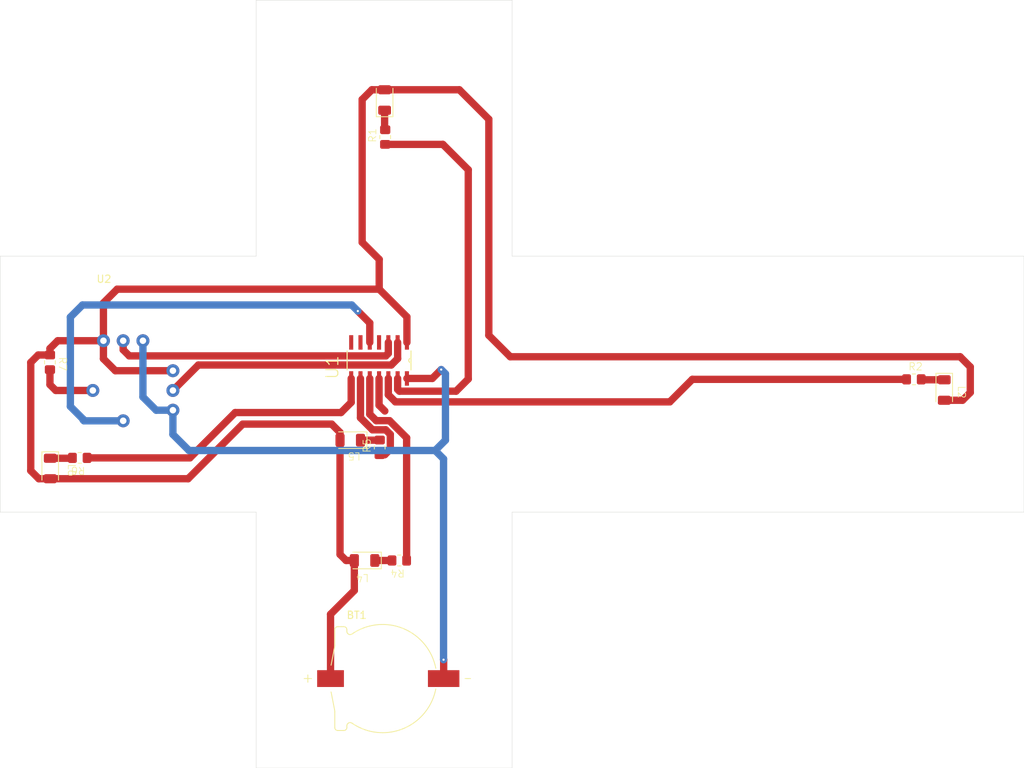
<source format=kicad_pcb>
(kicad_pcb (version 20240108) (generator "pcbnew") (generator_version "8.0")
  (layers (0 "F.Cu" signal) (31 "B.Cu" signal) (34 "B.Paste" user) (35 "F.Paste" user) (36 "B.SilkS" user "B.Silkscreen") (37 "F.SilkS" user "F.Silkscreen") (38 "B.Mask" user) (39 "F.Mask" user) (44 "Edge.Cuts" user))
  (net 0 "")
  (net 1 "/VCC")
  (net 2 "Net-(L1-K)")
  (net 3 "Net-(L2-K)")
  (net 4 "Net-(L4-K)")
  (net 5 "Net-(L5-K)")
  (net 6 "Net-(L6-K)")
  (net 7 "/L1")
  (net 8 "/L2")
  (net 9 "/L3")
  (net 10 "/L4")
  (net 11 "/L5")
  (net 12 "/L6")
  (net 13 "/S3")
  (net 14 "/S1")
  (net 15 "/GND")
  (net 16 "/MOSI")
  (net 18 "/S2")
  (net 19 "/RST")
  (net 20 "Net-(R7-Pad2)")
  (footprint "PVA_board:R-0805" (layer "F.Cu") (at 169.96 97.755)
    (property "Reference" "R2" (at 0.227064 -1.72 0) (layer "F.SilkS") (effects (font (thickness 0.1))))
    (property "Value" "~")
    (fp_line (start -0.227064 -0.72) (end 0.227064 -0.72) (stroke (width 0.12)) (layer "F.SilkS"))
    (fp_line (start -0.227064 0.75) (end 0.227064 0.75) (stroke (width 0.12)) (layer "F.SilkS"))
    (pad "1" smd roundrect (at -1 0.015) (size 1.2 1.4) (layers "F.Cu" "F.Paste" "F.Mask") (roundrect_rratio 0.208333) (net 8 "/L2"))
    (pad "2" smd roundrect (at 1 0.015) (size 1.2 1.4) (layers "F.Cu" "F.Paste" "F.Mask") (roundrect_rratio 0.208333) (net 3 "Net-(L2-K)"))
  )
  (footprint "PVA_board:R-0805" (layer "F.Cu") (at 97.645 64.64 90)
    (property "Reference" "R1" (at 0.227064 -1.72 90) (layer "F.SilkS") (effects (font (thickness 0.1))))
    (property "Value" "~" (hide yes))
    (fp_line (start -0.227064 -0.72) (end 0.227064 -0.72) (stroke (width 0.12)) (layer "F.SilkS"))
    (fp_line (start -0.227064 0.75) (end 0.227064 0.75) (stroke (width 0.12)) (layer "F.SilkS"))
    (pad "1" smd roundrect (at -1 0.015 90) (size 1.2 1.4) (layers "F.Cu" "F.Paste" "F.Mask") (roundrect_rratio 0.208333) (net 7 "/L1"))
    (pad "2" smd roundrect (at 1 0.015 90) (size 1.2 1.4) (layers "F.Cu" "F.Paste" "F.Mask") (roundrect_rratio 0.208333) (net 2 "Net-(L1-K)"))
  )
  (footprint "PVA_board:Joystick" (layer "F.Cu") (at 61.83 99.29)
    (property "Reference" "U2" (at -2.625 -15.235 0) (layer "F.SilkS"))
    (property "Value" "COM-09032")
    (pad "H1" thru_hole circle (at 6.8 -2.7) (size 1.778 1.778) (drill 0.889) (layers "*.Cu" "*.Mask") (net 1 "/VCC"))
    (pad "H2" thru_hole circle (at 6.8 0) (size 1.778 1.778) (drill 0.889) (layers "*.Cu" "*.Mask") (net 18 "/S2"))
    (pad "H3" thru_hole circle (at 6.8 2.7) (size 1.778 1.778) (drill 0.889) (layers "*.Cu" "*.Mask") (net 15 "/GND"))
    (pad "Sa" thru_hole circle (at -4.15 0) (size 1.778 1.778) (drill 0.9) (layers "*.Cu" "*.Mask") (net 20 "Net-(R7-Pad2)"))
    (pad "Sb" thru_hole circle (at 0 4.15) (size 1.778 1.778) (drill 0.9) (layers "*.Cu" "*.Mask") (net 13 "/S3"))
    (pad "V1" thru_hole circle (at -2.7 -6.8) (size 1.778 1.778) (drill 0.889) (layers "*.Cu" "*.Mask") (net 1 "/VCC"))
    (pad "V2" thru_hole circle (at 0 -6.8) (size 1.778 1.778) (drill 0.889) (layers "*.Cu" "*.Mask") (net 14 "/S1"))
    (pad "V3" thru_hole circle (at 2.7 -6.8) (size 1.778 1.778) (drill 0.889) (layers "*.Cu" "*.Mask") (net 15 "/GND"))
  )
  (footprint "PVA_board:LED-1206" (layer "F.Cu") (at 92.8832 106.085 180)
    (property "Reference" "L5" (at -0.5368 -2.19 180) (layer "F.SilkS") (effects (font (thickness 0.1))))
    (property "Value" "~")
    (fp_line (start 1.6 -1.135) (end -2.285 -1.135) (stroke (width 0.12)) (layer "F.SilkS"))
    (fp_line (start -2.285 1.135) (end 1.6 1.135) (stroke (width 0.12)) (layer "F.SilkS"))
    (fp_line (start -2.285 -1.135) (end -2.285 1.135) (stroke (width 0.12)) (layer "F.SilkS"))
    (pad "1" smd roundrect (at -1.4 0 180) (size 1.25 1.75) (layers "F.Cu" "F.Paste" "F.Mask") (roundrect_rratio 0.2) (net 5 "Net-(L5-K)"))
    (pad "2" smd roundrect (at 1.4 0 180) (size 1.25 1.75) (layers "F.Cu" "F.Paste" "F.Mask") (roundrect_rratio 0.2) (net 1 "/VCC"))
  )
  (footprint "PVA_board:SOIC-14" (layer "F.Cu") (at 96.82 95.1838 -90)
    (property "Reference" "U1" (at 0.942835 6.395985 90) (layer "F.SilkS") (effects (font (size 1.645299 1.645299))))
    (property "Value" "SOIC-14")
    (fp_line (start -1.2954 4.3688) (end 1.2954 4.3688) (stroke (width 0.1524)) (layer "F.SilkS"))
    (fp_line (start -0.3048 -4.3688) (end -1.2954 -4.3688) (stroke (width 0.1524)) (layer "F.SilkS"))
    (fp_line (start 0.3048 -4.3688) (end -0.3048 -4.3688) (stroke (width 0.1524)) (layer "F.SilkS"))
    (fp_line (start 1.2954 -4.3688) (end 0.3048 -4.3688) (stroke (width 0.1524)) (layer "F.SilkS"))
    (fp_arc (start 0.3048 -4.3688) (mid 0 -4.064) (end -0.3048 -4.3688) (stroke (width 0.1524)) (layer "F.SilkS"))
    (pad "1" smd rect (at -2.4638 -3.81 270) (size 1.9812 0.5588) (layers "F.Cu" "F.Paste" "F.Mask") (net 1 "/VCC"))
    (pad "2" smd rect (at -2.4638 -2.54 270) (size 1.9812 0.5588) (layers "F.Cu" "F.Paste" "F.Mask") (net 18 "/S2"))
    (pad "3" smd rect (at -2.4638 -1.27 270) (size 1.9812 0.5588) (layers "F.Cu" "F.Paste" "F.Mask") (net 14 "/S1"))
    (pad "4" smd rect (at -2.4638 0 270) (size 1.9812 0.5588) (layers "F.Cu" "F.Paste" "F.Mask") (net 19 "/RST"))
    (pad "5" smd rect (at -2.4638 1.27 270) (size 1.9812 0.5588) (layers "F.Cu" "F.Paste" "F.Mask") (net 13 "/S3"))
    (pad "6" smd rect (at -2.4638 2.54 270) (size 1.9812 0.5588) (layers "F.Cu" "F.Paste" "F.Mask"))
    (pad "7" smd rect (at -2.4638 3.81 270) (size 1.9812 0.5588) (layers "F.Cu" "F.Paste" "F.Mask") (net 16 "/MOSI"))
    (pad "8" smd rect (at 2.4638 3.81 270) (size 1.9812 0.5588) (layers "F.Cu" "F.Paste" "F.Mask") (net 12 "/L6"))
    (pad "9" smd rect (at 2.4638 2.54 270) (size 1.9812 0.5588) (layers "F.Cu" "F.Paste" "F.Mask") (net 11 "/L5"))
    (pad "10" smd rect (at 2.4638 1.27 270) (size 1.9812 0.5588) (layers "F.Cu" "F.Paste" "F.Mask") (net 10 "/L4"))
    (pad "11" smd rect (at 2.4638 0 270) (size 1.9812 0.5588) (layers "F.Cu" "F.Paste" "F.Mask") (net 9 "/L3"))
    (pad "12" smd rect (at 2.4638 -1.27 270) (size 1.9812 0.5588) (layers "F.Cu" "F.Paste" "F.Mask") (net 8 "/L2"))
    (pad "13" smd rect (at 2.4638 -2.54 270) (size 1.9812 0.5588) (layers "F.Cu" "F.Paste" "F.Mask") (net 7 "/L1"))
    (pad "14" smd rect (at 2.4638 -3.81 270) (size 1.9812 0.5588) (layers "F.Cu" "F.Paste" "F.Mask") (net 15 "/GND"))
  )
  (footprint "PVA_board:LED-1206" (layer "F.Cu") (at 174.11 99.23 -90)
    (property "Reference" "L2" (at 0.28 -2.38 -90) (layer "F.SilkS") (effects (font (thickness 0.1))))
    (property "Value" "~")
    (fp_line (start -2.285 1.135) (end 1.6 1.135) (stroke (width 0.12)) (layer "F.SilkS"))
    (fp_line (start -2.285 -1.135) (end -2.285 1.135) (stroke (width 0.12)) (layer "F.SilkS"))
    (fp_line (start 1.6 -1.135) (end -2.285 -1.135) (stroke (width 0.12)) (layer "F.SilkS"))
    (pad "1" smd roundrect (at -1.4 0 270) (size 1.25 1.75) (layers "F.Cu" "F.Paste" "F.Mask") (roundrect_rratio 0.2) (net 3 "Net-(L2-K)"))
    (pad "2" smd roundrect (at 1.4 0 270) (size 1.25 1.75) (layers "F.Cu" "F.Paste" "F.Mask") (roundrect_rratio 0.2) (net 1 "/VCC"))
  )
  (footprint "PVA_board:LED-1206" (layer "F.Cu") (at 51.85 109.96 -90)
    (property "Reference" "L6" (at 0.23 -2.93 -90) (layer "F.SilkS") (effects (font (thickness 0.1))))
    (property "Value" "~")
    (fp_line (start -2.285 1.135) (end 1.6 1.135) (stroke (width 0.12)) (layer "F.SilkS"))
    (fp_line (start -2.285 -1.135) (end -2.285 1.135) (stroke (width 0.12)) (layer "F.SilkS"))
    (fp_line (start 1.6 -1.135) (end -2.285 -1.135) (stroke (width 0.12)) (layer "F.SilkS"))
    (pad "1" smd roundrect (at -1.4 0 270) (size 1.25 1.75) (layers "F.Cu" "F.Paste" "F.Mask") (roundrect_rratio 0.2) (net 6 "Net-(L6-K)"))
    (pad "2" smd roundrect (at 1.4 0 270) (size 1.25 1.75) (layers "F.Cu" "F.Paste" "F.Mask") (roundrect_rratio 0.2) (net 1 "/VCC"))
  )
  (footprint "PVA_board:LED-1206" (layer "F.Cu") (at 94.84 122.54 180)
    (property "Reference" "L4" (at 0.28 -2.38 180) (layer "F.SilkS") (effects (font (thickness 0.1))))
    (property "Value" "~")
    (fp_line (start 1.6 -1.135) (end -2.285 -1.135) (stroke (width 0.12)) (layer "F.SilkS"))
    (fp_line (start -2.285 1.135) (end 1.6 1.135) (stroke (width 0.12)) (layer "F.SilkS"))
    (fp_line (start -2.285 -1.135) (end -2.285 1.135) (stroke (width 0.12)) (layer "F.SilkS"))
    (pad "1" smd roundrect (at -1.4 0 180) (size 1.25 1.75) (layers "F.Cu" "F.Paste" "F.Mask") (roundrect_rratio 0.2) (net 4 "Net-(L4-K)"))
    (pad "2" smd roundrect (at 1.4 0 180) (size 1.25 1.75) (layers "F.Cu" "F.Paste" "F.Mask") (roundrect_rratio 0.2) (net 1 "/VCC"))
  )
  (footprint "PVA_board:R-0805" (layer "F.Cu") (at 99.59 122.555 180)
    (property "Reference" "R4" (at 0.227064 -1.72 180) (layer "F.SilkS") (effects (font (thickness 0.1))))
    (property "Value" "~")
    (fp_line (start -0.227064 0.75) (end 0.227064 0.75) (stroke (width 0.12)) (layer "F.SilkS"))
    (fp_line (start -0.227064 -0.72) (end 0.227064 -0.72) (stroke (width 0.12)) (layer "F.SilkS"))
    (pad "1" smd roundrect (at -1 0.015 180) (size 1.2 1.4) (layers "F.Cu" "F.Paste" "F.Mask") (roundrect_rratio 0.208333) (net 10 "/L4"))
    (pad "2" smd roundrect (at 1 0.015 180) (size 1.2 1.4) (layers "F.Cu" "F.Paste" "F.Mask") (roundrect_rratio 0.208333) (net 4 "Net-(L4-K)"))
  )
  (footprint "PVA_board:R-0805" (layer "F.Cu") (at 51.83 95.44 -90)
    (property "Reference" "R7" (at 0.227064 -1.72 -90) (layer "F.SilkS") (effects (font (thickness 0.1))))
    (property "Value" "~")
    (fp_line (start -0.227064 0.75) (end 0.227064 0.75) (stroke (width 0.12)) (layer "F.SilkS"))
    (fp_line (start -0.227064 -0.72) (end 0.227064 -0.72) (stroke (width 0.12)) (layer "F.SilkS"))
    (pad "1" smd roundrect (at -1 0.015 270) (size 1.2 1.4) (layers "F.Cu" "F.Paste" "F.Mask") (roundrect_rratio 0.208333) (net 1 "/VCC"))
    (pad "2" smd roundrect (at 1 0.015 270) (size 1.2 1.4) (layers "F.Cu" "F.Paste" "F.Mask") (roundrect_rratio 0.208333) (net 20 "Net-(R7-Pad2)"))
  )
  (footprint "PVA_board:R-0805" (layer "F.Cu") (at 96.895 107.07 90)
    (property "Reference" "R5" (at 0.227064 -1.72 90) (layer "F.SilkS") (effects (font (thickness 0.1))))
    (property "Value" "~")
    (fp_line (start -0.227064 -0.72) (end 0.227064 -0.72) (stroke (width 0.12)) (layer "F.SilkS"))
    (fp_line (start -0.227064 0.75) (end 0.227064 0.75) (stroke (width 0.12)) (layer "F.SilkS"))
    (pad "1" smd roundrect (at -1 0.015 90) (size 1.2 1.4) (layers "F.Cu" "F.Paste" "F.Mask") (roundrect_rratio 0.208333) (net 11 "/L5"))
    (pad "2" smd roundrect (at 1 0.015 90) (size 1.2 1.4) (layers "F.Cu" "F.Paste" "F.Mask") (roundrect_rratio 0.208333) (net 5 "Net-(L5-K)"))
  )
  (footprint "PVA_board:R-0805" (layer "F.Cu") (at 55.89 108.525 180)
    (property "Reference" "R6" (at 0.227064 -1.72 180) (layer "F.SilkS") (effects (font (thickness 0.1))))
    (property "Value" "~")
    (fp_line (start -0.227064 0.75) (end 0.227064 0.75) (stroke (width 0.12)) (layer "F.SilkS"))
    (fp_line (start -0.227064 -0.72) (end 0.227064 -0.72) (stroke (width 0.12)) (layer "F.SilkS"))
    (pad "1" smd roundrect (at -1 0.015 180) (size 1.2 1.4) (layers "F.Cu" "F.Paste" "F.Mask") (roundrect_rratio 0.208333) (net 12 "/L6"))
    (pad "2" smd roundrect (at 1 0.015 180) (size 1.2 1.4) (layers "F.Cu" "F.Paste" "F.Mask") (roundrect_rratio 0.208333) (net 6 "Net-(L6-K)"))
  )
  (footprint "PVA_board:LED-1206" (layer "F.Cu") (at 97.58 59.57 90)
    (property "Reference" "L1" (hide yes))
    (property "Value" "~")
    (fp_line (start 1.6 -1.135) (end -2.285 -1.135) (stroke (width 0.12)) (layer "F.SilkS"))
    (fp_line (start -2.285 -1.135) (end -2.285 1.135) (stroke (width 0.12)) (layer "F.SilkS"))
    (fp_line (start -2.285 1.135) (end 1.6 1.135) (stroke (width 0.12)) (layer "F.SilkS"))
    (pad "1" smd roundrect (at -1.4 0 90) (size 1.25 1.75) (layers "F.Cu" "F.Paste" "F.Mask") (roundrect_rratio 0.2) (net 2 "Net-(L1-K)"))
    (pad "2" smd roundrect (at 1.4 0 90) (size 1.25 1.75) (layers "F.Cu" "F.Paste" "F.Mask") (roundrect_rratio 0.2) (net 1 "/VCC"))
  )
  (footprint "PVA_board:BAT_CH291-1220LF" (layer "F.Cu") (at 98.08 138.69)
    (property "Reference" "BT1" (at -4.325 -8.675 0) (layer "F.SilkS"))
    (property "Value" "CH291-1220LF")
    (fp_line (start -11 -0.5) (end -11 0.5) (stroke (width 0.127)) (layer "F.SilkS"))
    (fp_line (start -10.5 0) (end -11.5 0) (stroke (width 0.127)) (layer "F.SilkS"))
    (fp_line (start -7.81941 1.82894) (end -7.34296 4.26171) (stroke (width 0.127)) (layer "F.SilkS"))
    (fp_line (start -7.34296 -4.26171) (end -7.81941 -1.82894) (stroke (width 0.127)) (layer "F.SilkS"))
    (fp_line (start -7.315 -6.7) (end -7.315 -4.55) (stroke (width 0.127)) (layer "F.SilkS"))
    (fp_line (start -7.315 4.55) (end -7.315 6.7) (stroke (width 0.127)) (layer "F.SilkS"))
    (fp_line (start -6.065 -7.1) (end -6.915 -7.1) (stroke (width 0.127)) (layer "F.SilkS"))
    (fp_line (start -6.065 7.1) (end -6.915 7.1) (stroke (width 0.127)) (layer "F.SilkS"))
    (fp_line (start -5.665 -6.7) (end -5.665 -6.46684) (stroke (width 0.127)) (layer "F.SilkS"))
    (fp_line (start -5.665 6.46684) (end -5.665 6.7) (stroke (width 0.127)) (layer "F.SilkS"))
    (fp_line (start 10.5 0) (end 11.25 0) (stroke (width 0.127)) (layer "F.SilkS"))
    (fp_arc (start -7.34297 4.26171) (mid -7.32201 4.405178) (end -7.315 4.55) (stroke (width 0.127)) (layer "F.SilkS"))
    (fp_arc (start -7.315 -6.7) (mid -7.197843 -6.982843) (end -6.915 -7.1) (stroke (width 0.127)) (layer "F.SilkS"))
    (fp_arc (start -7.31499 -4.55) (mid -7.322 -4.405178) (end -7.34296 -4.26171) (stroke (width 0.127)) (layer "F.SilkS"))
    (fp_arc (start -6.915 7.1) (mid -7.197843 6.982843) (end -7.315 6.7) (stroke (width 0.127)) (layer "F.SilkS"))
    (fp_arc (start -6.065 -7.1) (mid -5.782157 -6.982843) (end -5.665 -6.7) (stroke (width 0.127)) (layer "F.SilkS"))
    (fp_arc (start -5.665 6.46684) (mid -5.42441 6.068534) (end -4.9599 6.09613) (stroke (width 0.127)) (layer "F.SilkS"))
    (fp_arc (start -5.665 6.7) (mid -5.782157 6.982843) (end -6.065 7.1) (stroke (width 0.127)) (layer "F.SilkS"))
    (fp_arc (start -4.9599 -6.09613) (mid -5.42441 -6.068534) (end -5.665 -6.46684) (stroke (width 0.127)) (layer "F.SilkS"))
    (fp_arc (start -4.9599 -6.09613) (mid 2.040681 -6.847477) (end 6.501359 -1.4) (stroke (width 0.127)) (layer "F.SilkS"))
    (fp_arc (start 6.50136 1.4) (mid 2.040681 6.847478) (end -4.9599 6.09613) (stroke (width 0.127)) (layer "F.SilkS"))
    (pad "" np_thru_hole circle (at -4.065 0) (size 1.3 1.3) (drill 1.3) (layers "*.Cu" "*.Mask"))
    (pad "" np_thru_hole circle (at 3.435 0) (size 1 1) (drill 1) (layers "*.Cu" "*.Mask"))
    (pad "N" smd rect (at 7.575 0) (size 4.3 2.3) (layers "F.Cu" "F.Paste" "F.Mask") (net 15 "/GND"))
    (pad "P" smd rect (at -7.895 0) (size 3.66 2.3) (layers "F.Cu" "F.Paste" "F.Mask") (net 1 "/VCC"))
  )
  (gr_line (start 185.01 115.92) (end 185.01 80.92) (stroke (width 0.05)) (layer "Edge.Cuts"))
  (gr_line (start 80.01 150.92) (end 80.01 115.92) (stroke (width 0.05)) (layer "Edge.Cuts"))
  (gr_line (start 115.01 80.92) (end 115.01 45.92) (stroke (width 0.05)) (layer "Edge.Cuts"))
  (gr_line (start 45.01 115.92) (end 80.01 115.92) (stroke (width 0.05)) (layer "Edge.Cuts"))
  (gr_line (start 115.01 150.92) (end 115.01 115.92) (stroke (width 0.05)) (layer "Edge.Cuts"))
  (gr_line (start 45.01 115.92) (end 45.01 80.92) (stroke (width 0.05)) (layer "Edge.Cuts"))
  (gr_line (start 80.01 45.92) (end 115.01 45.92) (stroke (width 0.05)) (layer "Edge.Cuts"))
  (gr_line (start 115.01 115.92) (end 185.01 115.92) (stroke (width 0.05)) (layer "Edge.Cuts"))
  (gr_line (start 80.01 80.92) (end 80.01 45.92) (stroke (width 0.05)) (layer "Edge.Cuts"))
  (gr_line (start 45.01 80.92) (end 80.01 80.92) (stroke (width 0.05)) (layer "Edge.Cuts"))
  (gr_line (start 115.01 80.92) (end 185.01 80.92) (stroke (width 0.05)) (layer "Edge.Cuts"))
  (gr_line (start 80.01 150.92) (end 115.01 150.92) (stroke (width 0.05)) (layer "Edge.Cuts"))
  (segment (start 97.58 58.17) (end 95.84 58.17) (width 1) (layer "F.Cu") (net 1))
  (segment (start 177.67 99.57) (end 177.67 96.07) (width 1) (layer "F.Cu") (net 1))
  (segment (start 50.29 111.36) (end 51.85 111.36) (width 1) (layer "F.Cu") (net 1))
  (segment (start 51.815 94.44) (end 50.21 94.44) (width 1) (layer "F.Cu") (net 1))
  (segment (start 91.4832 106.085) (end 91.4832 105.0332) (width 1) (layer "F.Cu") (net 1))
  (segment (start 114.76 94.68) (end 111.83 91.75) (width 1) (layer "F.Cu") (net 1))
  (segment (start 176.61 100.63) (end 177.67 99.57) (width 1) (layer "F.Cu") (net 1))
  (segment (start 94.51 59.5) (end 94.51 79.03) (width 1) (layer "F.Cu") (net 1))
  (segment (start 111.83 91.75) (end 111.83 62.2) (width 1) (layer "F.Cu") (net 1))
  (segment (start 107.8 58.17) (end 97.58 58.17) (width 1) (layer "F.Cu") (net 1))
  (segment (start 92.31 122.54) (end 93.44 122.54) (width 1) (layer "F.Cu") (net 1))
  (segment (start 90.34 103.89) (end 78.18 103.89) (width 1) (layer "F.Cu") (net 1))
  (segment (start 177.67 96.07) (end 176.28 94.68) (width 1) (layer "F.Cu") (net 1))
  (segment (start 59.13 92.49) (end 59.13 94.96) (width 1) (layer "F.Cu") (net 1))
  (segment (start 59.13 92.49) (end 59.13 87.32) (width 1) (layer "F.Cu") (net 1))
  (segment (start 94.51 79.03) (end 96.84 81.36) (width 1) (layer "F.Cu") (net 1))
  (segment (start 52.88 92.49) (end 59.13 92.49) (width 1) (layer "F.Cu") (net 1))
  (segment (start 61.01 85.44) (end 96.84 85.44) (width 1) (layer "F.Cu") (net 1))
  (segment (start 49.19 110.26) (end 50.29 111.36) (width 1) (layer "F.Cu") (net 1))
  (segment (start 100.63 89.23) (end 100.63 92.72) (width 1) (layer "F.Cu") (net 1))
  (segment (start 176.28 94.68) (end 114.76 94.68) (width 1) (layer "F.Cu") (net 1))
  (segment (start 111.83 62.2) (end 107.8 58.17) (width 1) (layer "F.Cu") (net 1))
  (segment (start 96.84 81.36) (end 96.84 85.44) (width 1) (layer "F.Cu") (net 1))
  (segment (start 59.13 87.32) (end 61.01 85.44) (width 1) (layer "F.Cu") (net 1))
  (segment (start 70.71 111.36) (end 51.85 111.36) (width 1) (layer "F.Cu") (net 1))
  (segment (start 96.84 85.44) (end 100.63 89.23) (width 1) (layer "F.Cu") (net 1))
  (segment (start 49.19 95.46) (end 49.19 110.26) (width 1) (layer "F.Cu") (net 1))
  (segment (start 95.84 58.17) (end 94.51 59.5) (width 1) (layer "F.Cu") (net 1))
  (segment (start 91.4832 105.0332) (end 90.34 103.89) (width 1) (layer "F.Cu") (net 1))
  (segment (start 59.13 94.96) (end 60.76 96.59) (width 1) (layer "F.Cu") (net 1))
  (segment (start 60.76 96.59) (end 68.63 96.59) (width 1) (layer "F.Cu") (net 1))
  (segment (start 93.44 122.54) (end 93.44 126.64) (width 1) (layer "F.Cu") (net 1))
  (segment (start 174.11 100.63) (end 176.61 100.63) (width 1) (layer "F.Cu") (net 1))
  (segment (start 93.44 126.64) (end 90.185 129.895) (width 1) (layer "F.Cu") (net 1))
  (segment (start 91.4832 121.7132) (end 92.31 122.54) (width 1) (layer "F.Cu") (net 1))
  (segment (start 51.815 94.44) (end 51.815 93.555) (width 1) (layer "F.Cu") (net 1))
  (segment (start 50.21 94.44) (end 49.19 95.46) (width 1) (layer "F.Cu") (net 1))
  (segment (start 78.18 103.89) (end 70.71 111.36) (width 1) (layer "F.Cu") (net 1))
  (segment (start 91.4832 106.085) (end 91.4832 121.7132) (width 1) (layer "F.Cu") (net 1))
  (segment (start 51.815 93.555) (end 52.88 92.49) (width 1) (layer "F.Cu") (net 1))
  (segment (start 90.185 129.895) (end 90.185 138.69) (width 1) (layer "F.Cu") (net 1))
  (segment (start 97.58 63.56) (end 97.66 63.64) (width 1) (layer "F.Cu") (net 2))
  (segment (start 97.58 60.97) (end 97.58 63.56) (width 1) (layer "F.Cu") (net 2))
  (segment (start 174.11 97.83) (end 171.02 97.83) (width 1) (layer "F.Cu") (net 3))
  (segment (start 171.02 97.83) (end 170.96 97.77) (width 1) (layer "F.Cu") (net 3))
  (segment (start 96.24 122.54) (end 98.59 122.54) (width 1) (layer "F.Cu") (net 4))
  (segment (start 96.98 106.085) (end 97 106.105) (width 1) (layer "F.Cu") (net 5))
  (segment (start 94.2882 106.09) (end 94.2832 106.085) (width 1) (layer "F.Cu") (net 5))
  (segment (start 97.02 106.09) (end 94.2882 106.09) (width 1) (layer "F.Cu") (net 5))
  (segment (start 54.84 108.56) (end 54.89 108.51) (width 1) (layer "F.Cu") (net 6))
  (segment (start 51.85 108.56) (end 54.84 108.56) (width 1) (layer "F.Cu") (net 6))
  (segment (start 99.6006 99.3882) (end 107.3518 99.3882) (width 1) (layer "F.Cu") (net 7))
  (segment (start 99.36 97.6476) (end 99.36 99.1476) (width 1) (layer "F.Cu") (net 7))
  (segment (start 109.02 69.11) (end 105.55 65.64) (width 1) (layer "F.Cu") (net 7))
  (segment (start 109.02 97.72) (end 109.02 69.11) (width 1) (layer "F.Cu") (net 7))
  (segment (start 99.36 99.1476) (end 99.6006 99.3882) (width 1) (layer "F.Cu") (net 7))
  (segment (start 107.3518 99.3882) (end 109.02 97.72) (width 1) (layer "F.Cu") (net 7))
  (segment (start 105.55 65.64) (end 97.66 65.64) (width 1) (layer "F.Cu") (net 7))
  (segment (start 136.578858 100.85) (end 139.658858 97.77) (width 1) (layer "F.Cu") (net 8))
  (segment (start 99.06 100.85) (end 136.578858 100.85) (width 1) (layer "F.Cu") (net 8))
  (segment (start 139.658858 97.77) (end 168.96 97.77) (width 1) (layer "F.Cu") (net 8))
  (segment (start 98.09 97.6476) (end 98.09 99.88) (width 1) (layer "F.Cu") (net 8))
  (segment (start 98.09 99.88) (end 99.06 100.85) (width 1) (layer "F.Cu") (net 8))
  (segment (start 96.82 101.31) (end 97.61 102.1) (width 1) (layer "F.Cu") (net 9))
  (segment (start 96.82 97.6476) (end 96.82 101.31) (width 1) (layer "F.Cu") (net 9))
  (segment (start 96.437766 103.42) (end 98.248908 103.42) (width 1) (layer "F.Cu") (net 10))
  (segment (start 98.248908 103.42) (end 100.59 105.761092) (width 1) (layer "F.Cu") (net 10))
  (segment (start 100.59 105.761092) (end 100.59 122.54) (width 1) (layer "F.Cu") (net 10))
  (segment (start 95.55 97.6476) (end 95.55 102.532234) (width 1) (layer "F.Cu") (net 10))
  (segment (start 95.55 102.532234) (end 96.437766 103.42) (width 1) (layer "F.Cu") (net 10))
  (segment (start 98.36 105.298858) (end 98.36 107.32) (width 1) (layer "F.Cu") (net 11))
  (segment (start 94.28 97.6476) (end 94.28 103.03) (width 1) (layer "F.Cu") (net 11))
  (segment (start 98.36 107.32) (end 97.61 108.07) (width 1) (layer "F.Cu") (net 11))
  (segment (start 97.61 108.07) (end 96.91 108.07) (width 1) (layer "F.Cu") (net 11))
  (segment (start 94.28 103.03) (end 95.92 104.67) (width 1) (layer "F.Cu") (net 11))
  (segment (start 95.92 104.67) (end 97.731142 104.67) (width 1) (layer "F.Cu") (net 11))
  (segment (start 97.731142 104.67) (end 98.36 105.298858) (width 1) (layer "F.Cu") (net 11))
  (segment (start 56.89 108.51) (end 70.95 108.51) (width 1) (layer "F.Cu") (net 12))
  (segment (start 91.62 102.31) (end 93.01 100.92) (width 1) (layer "F.Cu") (net 12))
  (segment (start 77.15 102.31) (end 91.62 102.31) (width 1) (layer "F.Cu") (net 12))
  (segment (start 93.01 100.92) (end 93.01 97.6476) (width 1) (layer "F.Cu") (net 12))
  (segment (start 70.95 108.51) (end 77.15 102.31) (width 1) (layer "F.Cu") (net 12))
  (segment (start 95.55 92.72) (end 95.55 90.06) (width 1) (layer "F.Cu") (net 13))
  (segment (start 95.55 90.06) (end 93.92 88.43) (width 1) (layer "F.Cu") (net 13))
  (via (at 93.92 88.43) (size 0.6) (drill 0.3) (layers "F.Cu" "B.Cu") (net 13))
  (segment (start 54.61 101.48) (end 56.35 103.22) (width 1) (layer "B.Cu") (net 13))
  (segment (start 56.35 103.31) (end 56.48 103.44) (width 1) (layer "B.Cu") (net 13))
  (segment (start 93.92 88.43) (end 93.09 87.6) (width 1) (layer "B.Cu") (net 13))
  (segment (start 54.61 89.26) (end 54.61 101.48) (width 1) (layer "B.Cu") (net 13))
  (segment (start 56.48 103.44) (end 61.83 103.44) (width 1) (layer "B.Cu") (net 13))
  (segment (start 56.35 103.22) (end 56.35 103.31) (width 1) (layer "B.Cu") (net 13))
  (segment (start 56.27 87.6) (end 54.61 89.26) (width 1) (layer "B.Cu") (net 13))
  (segment (start 93.09 87.6) (end 56.27 87.6) (width 1) (layer "B.Cu") (net 13))
  (segment (start 62.66 94.56) (end 97.75 94.56) (width 1) (layer "F.Cu") (net 14))
  (segment (start 98.09 94.22) (end 98.09 92.72) (width 1) (layer "F.Cu") (net 14))
  (segment (start 97.75 94.56) (end 98.09 94.22) (width 1) (layer "F.Cu") (net 14))
  (segment (start 61.83 93.73) (end 62.66 94.56) (width 1) (layer "F.Cu") (net 14))
  (segment (start 61.83 92.49) (end 61.83 93.73) (width 1) (layer "F.Cu") (net 14))
  (segment (start 105.655 138.69) (end 105.655 136.125) (width 1) (layer "F.Cu") (net 15))
  (segment (start 105.655 136.125) (end 105.64 136.11) (width 1) (layer "F.Cu") (net 15))
  (segment (start 100.63 97.6476) (end 104.1024 97.6476) (width 1) (layer "F.Cu") (net 15))
  (segment (start 104.1024 97.6476) (end 105.32 96.43) (width 1) (layer "F.Cu") (net 15))
  (via (at 105.32 96.43) (size 0.6) (drill 0.3) (layers "F.Cu" "B.Cu") (net 15))
  (via (at 105.64 136.11) (size 0.6) (drill 0.3) (layers "F.Cu" "B.Cu") (net 15))
  (segment (start 66.34 101.99) (end 68.63 101.99) (width 1) (layer "B.Cu") (net 15))
  (segment (start 105.9 97.01) (end 105.9 106.09) (width 1) (layer "B.Cu") (net 15))
  (segment (start 64.53 100.18) (end 66.34 101.99) (width 1) (layer "B.Cu") (net 15))
  (segment (start 105.64 108.65) (end 104.49 107.5) (width 1) (layer "B.Cu") (net 15))
  (segment (start 70.83 107.5) (end 68.63 105.3) (width 1) (layer "B.Cu") (net 15))
  (segment (start 104.49 107.5) (end 70.83 107.5) (width 1) (layer "B.Cu") (net 15))
  (segment (start 64.53 92.49) (end 64.53 100.18) (width 1) (layer "B.Cu") (net 15))
  (segment (start 105.64 136.11) (end 105.64 108.65) (width 1) (layer "B.Cu") (net 15))
  (segment (start 105.9 106.09) (end 104.49 107.5) (width 1) (layer "B.Cu") (net 15))
  (segment (start 105.32 96.43) (end 105.9 97.01) (width 1) (layer "B.Cu") (net 15))
  (segment (start 68.63 105.3) (end 68.63 101.99) (width 1) (layer "B.Cu") (net 15))
  (segment (start 99.36 92.72) (end 99.36 94.94) (width 1) (layer "F.Cu") (net 18))
  (segment (start 99.36 94.94) (end 98.49 95.81) (width 1) (layer "F.Cu") (net 18))
  (segment (start 98.49 95.81) (end 72.11 95.81) (width 1) (layer "F.Cu") (net 18))
  (segment (start 72.11 95.81) (end 68.63 99.29) (width 1) (layer "F.Cu") (net 18))
  (segment (start 51.815 96.44) (end 51.815 98.495) (width 1) (layer "F.Cu") (net 20))
  (segment (start 52.61 99.29) (end 57.68 99.29) (width 1) (layer "F.Cu") (net 20))
  (segment (start 51.815 98.495) (end 52.61 99.29) (width 1) (layer "F.Cu") (net 20))
)
</source>
